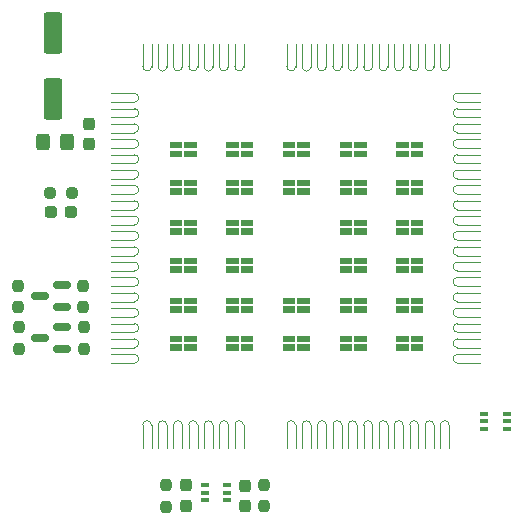
<source format=gbr>
%TF.GenerationSoftware,KiCad,Pcbnew,7.0.5*%
%TF.CreationDate,2023-07-01T23:53:25+07:00*%
%TF.ProjectId,PoeSci EFarm Rev 3,506f6553-6369-4204-9546-61726d205265,rev?*%
%TF.SameCoordinates,Original*%
%TF.FileFunction,Paste,Top*%
%TF.FilePolarity,Positive*%
%FSLAX46Y46*%
G04 Gerber Fmt 4.6, Leading zero omitted, Abs format (unit mm)*
G04 Created by KiCad (PCBNEW 7.0.5) date 2023-07-01 23:53:25*
%MOMM*%
%LPD*%
G01*
G04 APERTURE LIST*
G04 Aperture macros list*
%AMRoundRect*
0 Rectangle with rounded corners*
0 $1 Rounding radius*
0 $2 $3 $4 $5 $6 $7 $8 $9 X,Y pos of 4 corners*
0 Add a 4 corners polygon primitive as box body*
4,1,4,$2,$3,$4,$5,$6,$7,$8,$9,$2,$3,0*
0 Add four circle primitives for the rounded corners*
1,1,$1+$1,$2,$3*
1,1,$1+$1,$4,$5*
1,1,$1+$1,$6,$7*
1,1,$1+$1,$8,$9*
0 Add four rect primitives between the rounded corners*
20,1,$1+$1,$2,$3,$4,$5,0*
20,1,$1+$1,$4,$5,$6,$7,0*
20,1,$1+$1,$6,$7,$8,$9,0*
20,1,$1+$1,$8,$9,$2,$3,0*%
G04 Aperture macros list end*
%ADD10C,0.001000*%
%ADD11RoundRect,0.237500X0.237500X-0.287500X0.237500X0.287500X-0.237500X0.287500X-0.237500X-0.287500X0*%
%ADD12RoundRect,0.237500X0.237500X-0.250000X0.237500X0.250000X-0.237500X0.250000X-0.237500X-0.250000X0*%
%ADD13RoundRect,0.250000X0.550000X-1.500000X0.550000X1.500000X-0.550000X1.500000X-0.550000X-1.500000X0*%
%ADD14RoundRect,0.250000X-0.325000X-0.450000X0.325000X-0.450000X0.325000X0.450000X-0.325000X0.450000X0*%
%ADD15RoundRect,0.237500X0.287500X0.237500X-0.287500X0.237500X-0.287500X-0.237500X0.287500X-0.237500X0*%
%ADD16R,0.650000X0.400000*%
%ADD17RoundRect,0.237500X0.237500X-0.300000X0.237500X0.300000X-0.237500X0.300000X-0.237500X-0.300000X0*%
%ADD18RoundRect,0.237500X0.250000X0.237500X-0.250000X0.237500X-0.250000X-0.237500X0.250000X-0.237500X0*%
%ADD19RoundRect,0.237500X-0.237500X0.250000X-0.237500X-0.250000X0.237500X-0.250000X0.237500X0.250000X0*%
%ADD20RoundRect,0.150000X0.587500X0.150000X-0.587500X0.150000X-0.587500X-0.150000X0.587500X-0.150000X0*%
G04 APERTURE END LIST*
D10*
%TO.C,U1*%
X101625000Y-91275000D02*
X101625000Y-89325000D01*
X102925000Y-91275000D02*
X102925000Y-89325000D01*
X104225000Y-91275000D02*
X104225000Y-89325000D01*
X105525000Y-91275000D02*
X105525000Y-89325000D01*
X106825000Y-91275000D02*
X106825000Y-89325000D01*
X108125000Y-91275000D02*
X108125000Y-89325000D01*
X109425000Y-91275000D02*
X109425000Y-89325000D01*
X113825000Y-91275000D02*
X113825000Y-89325000D01*
X115125000Y-91275000D02*
X115125000Y-89325000D01*
X116425000Y-91275000D02*
X116425000Y-89325000D01*
X117725000Y-91275000D02*
X117725000Y-89325000D01*
X119025000Y-91275000D02*
X119025000Y-89325000D01*
X120325000Y-91275000D02*
X120325000Y-89325000D01*
X121625000Y-91275000D02*
X121625000Y-89325000D01*
X122925000Y-91275000D02*
X122925000Y-89325000D01*
X124225000Y-91275000D02*
X124225000Y-89325000D01*
X125525000Y-91275000D02*
X125525000Y-89325000D01*
X126825000Y-91275000D02*
X126825000Y-89325000D01*
X102375000Y-89325000D02*
X102375000Y-91275000D01*
X103675000Y-89325000D02*
X103675000Y-91275000D01*
X104975000Y-89325000D02*
X104975000Y-91275000D01*
X106275000Y-89325000D02*
X106275000Y-91275000D01*
X107575000Y-89325000D02*
X107575000Y-91275000D01*
X108875000Y-89325000D02*
X108875000Y-91275000D01*
X110175000Y-89325000D02*
X110175000Y-91275000D01*
X114575000Y-89325000D02*
X114575000Y-91275000D01*
X115875000Y-89325000D02*
X115875000Y-91275000D01*
X117175000Y-89325000D02*
X117175000Y-91275000D01*
X118475000Y-89325000D02*
X118475000Y-91275000D01*
X119775000Y-89325000D02*
X119775000Y-91275000D01*
X121075000Y-89325000D02*
X121075000Y-91275000D01*
X122375000Y-89325000D02*
X122375000Y-91275000D01*
X123675000Y-89325000D02*
X123675000Y-91275000D01*
X124975000Y-89325000D02*
X124975000Y-91275000D01*
X126275000Y-89325000D02*
X126275000Y-91275000D01*
X127575000Y-89325000D02*
X127575000Y-91275000D01*
X100925000Y-84075000D02*
X98975000Y-84075000D01*
X130225000Y-84075000D02*
X128275000Y-84075000D01*
X98975000Y-83325000D02*
X100925000Y-83325000D01*
X128275000Y-83325000D02*
X130225000Y-83325000D01*
X100925000Y-82775000D02*
X98975000Y-82775000D01*
X130225000Y-82775000D02*
X128275000Y-82775000D01*
X98975000Y-82025000D02*
X100925000Y-82025000D01*
X128275000Y-82025000D02*
X130225000Y-82025000D01*
X100925000Y-81475000D02*
X98975000Y-81475000D01*
X130225000Y-81475000D02*
X128275000Y-81475000D01*
X98975000Y-80725000D02*
X100925000Y-80725000D01*
X128275000Y-80725000D02*
X130225000Y-80725000D01*
X100925000Y-80175000D02*
X98975000Y-80175000D01*
X130225000Y-80175000D02*
X128275000Y-80175000D01*
X98975000Y-79425000D02*
X100925000Y-79425000D01*
X128275000Y-79425000D02*
X130225000Y-79425000D01*
X100925000Y-78875000D02*
X98975000Y-78875000D01*
X130225000Y-78875000D02*
X128275000Y-78875000D01*
X98975000Y-78125000D02*
X100925000Y-78125000D01*
X128275000Y-78125000D02*
X130225000Y-78125000D01*
X100925000Y-77575000D02*
X98975000Y-77575000D01*
X130225000Y-77575000D02*
X128275000Y-77575000D01*
X98975000Y-76825000D02*
X100925000Y-76825000D01*
X128275000Y-76825000D02*
X130225000Y-76825000D01*
X100925000Y-76275000D02*
X98975000Y-76275000D01*
X130225000Y-76275000D02*
X128275000Y-76275000D01*
X98975000Y-75525000D02*
X100925000Y-75525000D01*
X128275000Y-75525000D02*
X130225000Y-75525000D01*
X100925000Y-74975000D02*
X98975000Y-74975000D01*
X130225000Y-74975000D02*
X128275000Y-74975000D01*
X98975000Y-74225000D02*
X100925000Y-74225000D01*
X128275000Y-74225000D02*
X130225000Y-74225000D01*
X100925000Y-73675000D02*
X98975000Y-73675000D01*
X130225000Y-73675000D02*
X128275000Y-73675000D01*
X98975000Y-72925000D02*
X100925000Y-72925000D01*
X128275000Y-72925000D02*
X130225000Y-72925000D01*
X100925000Y-72375000D02*
X98975000Y-72375000D01*
X130225000Y-72375000D02*
X128275000Y-72375000D01*
X98975000Y-71625000D02*
X100925000Y-71625000D01*
X128275000Y-71625000D02*
X130225000Y-71625000D01*
X100925000Y-71075000D02*
X98975000Y-71075000D01*
X130225000Y-71075000D02*
X128275000Y-71075000D01*
X98975000Y-70325000D02*
X100925000Y-70325000D01*
X128275000Y-70325000D02*
X130225000Y-70325000D01*
X100925000Y-69775000D02*
X98975000Y-69775000D01*
X130225000Y-69775000D02*
X128275000Y-69775000D01*
X98975000Y-69025000D02*
X100925000Y-69025000D01*
X128275000Y-69025000D02*
X130225000Y-69025000D01*
X100925000Y-68475000D02*
X98975000Y-68475000D01*
X130225000Y-68475000D02*
X128275000Y-68475000D01*
X98975000Y-67725000D02*
X100925000Y-67725000D01*
X128275000Y-67725000D02*
X130225000Y-67725000D01*
X100925000Y-67175000D02*
X98975000Y-67175000D01*
X130225000Y-67175000D02*
X128275000Y-67175000D01*
X98975000Y-66425000D02*
X100925000Y-66425000D01*
X128275000Y-66425000D02*
X130225000Y-66425000D01*
X100925000Y-65875000D02*
X98975000Y-65875000D01*
X130225000Y-65875000D02*
X128275000Y-65875000D01*
X98975000Y-65125000D02*
X100925000Y-65125000D01*
X128275000Y-65125000D02*
X130225000Y-65125000D01*
X100925000Y-64575000D02*
X98975000Y-64575000D01*
X130225000Y-64575000D02*
X128275000Y-64575000D01*
X98975000Y-63825000D02*
X100925000Y-63825000D01*
X128275000Y-63825000D02*
X130225000Y-63825000D01*
X100925000Y-63275000D02*
X98975000Y-63275000D01*
X130225000Y-63275000D02*
X128275000Y-63275000D01*
X98975000Y-62525000D02*
X100925000Y-62525000D01*
X128275000Y-62525000D02*
X130225000Y-62525000D01*
X100925000Y-61975000D02*
X98975000Y-61975000D01*
X130225000Y-61975000D02*
X128275000Y-61975000D01*
X98975000Y-61225000D02*
X100925000Y-61225000D01*
X128275000Y-61225000D02*
X130225000Y-61225000D01*
X102375000Y-58975000D02*
X102375000Y-57025000D01*
X103675000Y-58975000D02*
X103675000Y-57025000D01*
X104975000Y-58975000D02*
X104975000Y-57025000D01*
X106275000Y-58975000D02*
X106275000Y-57025000D01*
X107575000Y-58975000D02*
X107575000Y-57025000D01*
X108875000Y-58975000D02*
X108875000Y-57025000D01*
X110175000Y-58975000D02*
X110175000Y-57025000D01*
X114575000Y-58975000D02*
X114575000Y-57025000D01*
X115875000Y-58975000D02*
X115875000Y-57025000D01*
X117175000Y-58975000D02*
X117175000Y-57025000D01*
X118475000Y-58975000D02*
X118475000Y-57025000D01*
X119775000Y-58975000D02*
X119775000Y-57025000D01*
X121075000Y-58975000D02*
X121075000Y-57025000D01*
X122375000Y-58975000D02*
X122375000Y-57025000D01*
X123675000Y-58975000D02*
X123675000Y-57025000D01*
X124975000Y-58975000D02*
X124975000Y-57025000D01*
X126275000Y-58975000D02*
X126275000Y-57025000D01*
X127575000Y-58975000D02*
X127575000Y-57025000D01*
X101625000Y-57025000D02*
X101625000Y-58975000D01*
X102925000Y-57025000D02*
X102925000Y-58975000D01*
X104225000Y-57025000D02*
X104225000Y-58975000D01*
X105525000Y-57025000D02*
X105525000Y-58975000D01*
X106825000Y-57025000D02*
X106825000Y-58975000D01*
X108125000Y-57025000D02*
X108125000Y-58975000D01*
X109425000Y-57025000D02*
X109425000Y-58975000D01*
X113825000Y-57025000D02*
X113825000Y-58975000D01*
X115125000Y-57025000D02*
X115125000Y-58975000D01*
X116425000Y-57025000D02*
X116425000Y-58975000D01*
X117725000Y-57025000D02*
X117725000Y-58975000D01*
X119025000Y-57025000D02*
X119025000Y-58975000D01*
X120325000Y-57025000D02*
X120325000Y-58975000D01*
X121625000Y-57025000D02*
X121625000Y-58975000D01*
X122925000Y-57025000D02*
X122925000Y-58975000D01*
X124225000Y-57025000D02*
X124225000Y-58975000D01*
X125525000Y-57025000D02*
X125525000Y-58975000D01*
X126825000Y-57025000D02*
X126825000Y-58975000D01*
X102000000Y-88950000D02*
G75*
G03*
X101625000Y-89325000I0J-375000D01*
G01*
X103300000Y-88950000D02*
G75*
G03*
X102925000Y-89325000I0J-375000D01*
G01*
X104600000Y-88950000D02*
G75*
G03*
X104225000Y-89325000I0J-375000D01*
G01*
X105900000Y-88950000D02*
G75*
G03*
X105525000Y-89325000I0J-375000D01*
G01*
X107200000Y-88950000D02*
G75*
G03*
X106825000Y-89325000I0J-375000D01*
G01*
X108500000Y-88950000D02*
G75*
G03*
X108125000Y-89325000I0J-375000D01*
G01*
X109800000Y-88950000D02*
G75*
G03*
X109425000Y-89325000I0J-375000D01*
G01*
X114200000Y-88950000D02*
G75*
G03*
X113825000Y-89325000I0J-375000D01*
G01*
X115500000Y-88950000D02*
G75*
G03*
X115125000Y-89325000I0J-375000D01*
G01*
X116800000Y-88950000D02*
G75*
G03*
X116425000Y-89325000I0J-375000D01*
G01*
X118100000Y-88950000D02*
G75*
G03*
X117725000Y-89325000I0J-375000D01*
G01*
X119400000Y-88950000D02*
G75*
G03*
X119025000Y-89325000I0J-375000D01*
G01*
X120700000Y-88950000D02*
G75*
G03*
X120325000Y-89325000I0J-375000D01*
G01*
X122000000Y-88950000D02*
G75*
G03*
X121625000Y-89325000I0J-375000D01*
G01*
X123300000Y-88950000D02*
G75*
G03*
X122925000Y-89325000I0J-375000D01*
G01*
X124600000Y-88950000D02*
G75*
G03*
X124225000Y-89325000I0J-375000D01*
G01*
X125900000Y-88950000D02*
G75*
G03*
X125525000Y-89325000I0J-375000D01*
G01*
X127200000Y-88950000D02*
G75*
G03*
X126825000Y-89325000I0J-375000D01*
G01*
X102375000Y-89325000D02*
G75*
G03*
X102000000Y-88950000I-375000J0D01*
G01*
X103675000Y-89325000D02*
G75*
G03*
X103300000Y-88950000I-375000J0D01*
G01*
X104975000Y-89325000D02*
G75*
G03*
X104600000Y-88950000I-375000J0D01*
G01*
X106275000Y-89325000D02*
G75*
G03*
X105900000Y-88950000I-375000J0D01*
G01*
X107575000Y-89325000D02*
G75*
G03*
X107200000Y-88950000I-375000J0D01*
G01*
X108875000Y-89325000D02*
G75*
G03*
X108500000Y-88950000I-375000J0D01*
G01*
X110175000Y-89325000D02*
G75*
G03*
X109800000Y-88950000I-375000J0D01*
G01*
X114575000Y-89325000D02*
G75*
G03*
X114200000Y-88950000I-375000J0D01*
G01*
X115875000Y-89325000D02*
G75*
G03*
X115500000Y-88950000I-375000J0D01*
G01*
X117175000Y-89325000D02*
G75*
G03*
X116800000Y-88950000I-375000J0D01*
G01*
X118475000Y-89325000D02*
G75*
G03*
X118100000Y-88950000I-375000J0D01*
G01*
X119775000Y-89325000D02*
G75*
G03*
X119400000Y-88950000I-375000J0D01*
G01*
X121075000Y-89325000D02*
G75*
G03*
X120700000Y-88950000I-375000J0D01*
G01*
X122375000Y-89325000D02*
G75*
G03*
X122000000Y-88950000I-375000J0D01*
G01*
X123675000Y-89325000D02*
G75*
G03*
X123300000Y-88950000I-375000J0D01*
G01*
X124975000Y-89325000D02*
G75*
G03*
X124600000Y-88950000I-375000J0D01*
G01*
X126275000Y-89325000D02*
G75*
G03*
X125900000Y-88950000I-375000J0D01*
G01*
X127575000Y-89325000D02*
G75*
G03*
X127200000Y-88950000I-375000J0D01*
G01*
X127900000Y-83700000D02*
G75*
G03*
X128275000Y-84075000I375000J0D01*
G01*
X100925000Y-84075000D02*
G75*
G03*
X101300000Y-83700000I0J375000D01*
G01*
X128275000Y-83325000D02*
G75*
G03*
X127900000Y-83700000I0J-375000D01*
G01*
X101300000Y-83700000D02*
G75*
G03*
X100925000Y-83325000I-375000J0D01*
G01*
X127900000Y-82400000D02*
G75*
G03*
X128275000Y-82775000I375000J0D01*
G01*
X100925000Y-82775000D02*
G75*
G03*
X101300000Y-82400000I0J375000D01*
G01*
X128275000Y-82025000D02*
G75*
G03*
X127900000Y-82400000I0J-375000D01*
G01*
X101300000Y-82400000D02*
G75*
G03*
X100925000Y-82025000I-375000J0D01*
G01*
X127900000Y-81100000D02*
G75*
G03*
X128275000Y-81475000I375000J0D01*
G01*
X100925000Y-81475000D02*
G75*
G03*
X101300000Y-81100000I0J375000D01*
G01*
X128275000Y-80725000D02*
G75*
G03*
X127900000Y-81100000I0J-375000D01*
G01*
X101300000Y-81100000D02*
G75*
G03*
X100925000Y-80725000I-375000J0D01*
G01*
X127900000Y-79800000D02*
G75*
G03*
X128275000Y-80175000I375000J0D01*
G01*
X100925000Y-80175000D02*
G75*
G03*
X101300000Y-79800000I0J375000D01*
G01*
X128275000Y-79425000D02*
G75*
G03*
X127900000Y-79800000I0J-375000D01*
G01*
X101300000Y-79800000D02*
G75*
G03*
X100925000Y-79425000I-375000J0D01*
G01*
X127900000Y-78500000D02*
G75*
G03*
X128275000Y-78875000I375000J0D01*
G01*
X100925000Y-78875000D02*
G75*
G03*
X101300000Y-78500000I0J375000D01*
G01*
X128275000Y-78125000D02*
G75*
G03*
X127900000Y-78500000I0J-375000D01*
G01*
X101300000Y-78500000D02*
G75*
G03*
X100925000Y-78125000I-375000J0D01*
G01*
X127900000Y-77200000D02*
G75*
G03*
X128275000Y-77575000I375000J0D01*
G01*
X100925000Y-77575000D02*
G75*
G03*
X101300000Y-77200000I0J375000D01*
G01*
X128275000Y-76825000D02*
G75*
G03*
X127900000Y-77200000I0J-375000D01*
G01*
X101300000Y-77200000D02*
G75*
G03*
X100925000Y-76825000I-375000J0D01*
G01*
X127900000Y-75900000D02*
G75*
G03*
X128275000Y-76275000I375000J0D01*
G01*
X100925000Y-76275000D02*
G75*
G03*
X101300000Y-75900000I0J375000D01*
G01*
X128275000Y-75525000D02*
G75*
G03*
X127900000Y-75900000I0J-375000D01*
G01*
X101300000Y-75900000D02*
G75*
G03*
X100925000Y-75525000I-375000J0D01*
G01*
X127900000Y-74600000D02*
G75*
G03*
X128275000Y-74975000I375000J0D01*
G01*
X100925000Y-74975000D02*
G75*
G03*
X101300000Y-74600000I0J375000D01*
G01*
X128275000Y-74225000D02*
G75*
G03*
X127900000Y-74600000I0J-375000D01*
G01*
X101300000Y-74600000D02*
G75*
G03*
X100925000Y-74225000I-375000J0D01*
G01*
X127900000Y-73300000D02*
G75*
G03*
X128275000Y-73675000I375000J0D01*
G01*
X100925000Y-73675000D02*
G75*
G03*
X101300000Y-73300000I0J375000D01*
G01*
X128275000Y-72925000D02*
G75*
G03*
X127900000Y-73300000I0J-375000D01*
G01*
X101300000Y-73300000D02*
G75*
G03*
X100925000Y-72925000I-375000J0D01*
G01*
X127900000Y-72000000D02*
G75*
G03*
X128275000Y-72375000I375000J0D01*
G01*
X100925000Y-72375000D02*
G75*
G03*
X101300000Y-72000000I0J375000D01*
G01*
X128275000Y-71625000D02*
G75*
G03*
X127900000Y-72000000I0J-375000D01*
G01*
X101300000Y-72000000D02*
G75*
G03*
X100925000Y-71625000I-375000J0D01*
G01*
X127900000Y-70700000D02*
G75*
G03*
X128275000Y-71075000I375000J0D01*
G01*
X100925000Y-71075000D02*
G75*
G03*
X101300000Y-70700000I0J375000D01*
G01*
X128275000Y-70325000D02*
G75*
G03*
X127900000Y-70700000I0J-375000D01*
G01*
X101300000Y-70700000D02*
G75*
G03*
X100925000Y-70325000I-375000J0D01*
G01*
X127900000Y-69400000D02*
G75*
G03*
X128275000Y-69775000I375000J0D01*
G01*
X100925000Y-69775000D02*
G75*
G03*
X101300000Y-69400000I0J375000D01*
G01*
X128275000Y-69025000D02*
G75*
G03*
X127900000Y-69400000I0J-375000D01*
G01*
X101300000Y-69400000D02*
G75*
G03*
X100925000Y-69025000I-375000J0D01*
G01*
X127900000Y-68100000D02*
G75*
G03*
X128275000Y-68475000I375000J0D01*
G01*
X100925000Y-68475000D02*
G75*
G03*
X101300000Y-68100000I0J375000D01*
G01*
X128275000Y-67725000D02*
G75*
G03*
X127900000Y-68100000I0J-375000D01*
G01*
X101300000Y-68100000D02*
G75*
G03*
X100925000Y-67725000I-375000J0D01*
G01*
X127900000Y-66800000D02*
G75*
G03*
X128275000Y-67175000I375000J0D01*
G01*
X100925000Y-67175000D02*
G75*
G03*
X101300000Y-66800000I0J375000D01*
G01*
X128275000Y-66425000D02*
G75*
G03*
X127900000Y-66800000I0J-375000D01*
G01*
X101300000Y-66800000D02*
G75*
G03*
X100925000Y-66425000I-375000J0D01*
G01*
X127900000Y-65500000D02*
G75*
G03*
X128275000Y-65875000I375000J0D01*
G01*
X100925000Y-65875000D02*
G75*
G03*
X101300000Y-65500000I0J375000D01*
G01*
X128275000Y-65125000D02*
G75*
G03*
X127900000Y-65500000I0J-375000D01*
G01*
X101300000Y-65500000D02*
G75*
G03*
X100925000Y-65125000I-375000J0D01*
G01*
X127900000Y-64200000D02*
G75*
G03*
X128275000Y-64575000I375000J0D01*
G01*
X100925000Y-64575000D02*
G75*
G03*
X101300000Y-64200000I0J375000D01*
G01*
X128275000Y-63825000D02*
G75*
G03*
X127900000Y-64200000I0J-375000D01*
G01*
X101300000Y-64200000D02*
G75*
G03*
X100925000Y-63825000I-375000J0D01*
G01*
X127900000Y-62900000D02*
G75*
G03*
X128275000Y-63275000I375000J0D01*
G01*
X100925000Y-63275000D02*
G75*
G03*
X101300000Y-62900000I0J375000D01*
G01*
X128275000Y-62525000D02*
G75*
G03*
X127900000Y-62900000I0J-375000D01*
G01*
X101300000Y-62900000D02*
G75*
G03*
X100925000Y-62525000I-375000J0D01*
G01*
X127900000Y-61600000D02*
G75*
G03*
X128275000Y-61975000I375000J0D01*
G01*
X100925000Y-61975000D02*
G75*
G03*
X101300000Y-61600000I0J375000D01*
G01*
X128275000Y-61225000D02*
G75*
G03*
X127900000Y-61600000I0J-375000D01*
G01*
X101300000Y-61600000D02*
G75*
G03*
X100925000Y-61225000I-375000J0D01*
G01*
X101625000Y-58975000D02*
G75*
G03*
X102000000Y-59350000I375000J0D01*
G01*
X102925000Y-58975000D02*
G75*
G03*
X103300000Y-59350000I375000J0D01*
G01*
X104225000Y-58975000D02*
G75*
G03*
X104600000Y-59350000I375000J0D01*
G01*
X105525000Y-58975000D02*
G75*
G03*
X105900000Y-59350000I375000J0D01*
G01*
X106825000Y-58975000D02*
G75*
G03*
X107200000Y-59350000I375000J0D01*
G01*
X108125000Y-58975000D02*
G75*
G03*
X108500000Y-59350000I375000J0D01*
G01*
X109425000Y-58975000D02*
G75*
G03*
X109800000Y-59350000I375000J0D01*
G01*
X113825000Y-58975000D02*
G75*
G03*
X114200000Y-59350000I375000J0D01*
G01*
X115125000Y-58975000D02*
G75*
G03*
X115500000Y-59350000I375000J0D01*
G01*
X116425000Y-58975000D02*
G75*
G03*
X116800000Y-59350000I375000J0D01*
G01*
X117725000Y-58975000D02*
G75*
G03*
X118100000Y-59350000I375000J0D01*
G01*
X119025000Y-58975000D02*
G75*
G03*
X119400000Y-59350000I375000J0D01*
G01*
X120325000Y-58975000D02*
G75*
G03*
X120700000Y-59350000I375000J0D01*
G01*
X121625000Y-58975000D02*
G75*
G03*
X122000000Y-59350000I375000J0D01*
G01*
X122925000Y-58975000D02*
G75*
G03*
X123300000Y-59350000I375000J0D01*
G01*
X124225000Y-58975000D02*
G75*
G03*
X124600000Y-59350000I375000J0D01*
G01*
X125525000Y-58975000D02*
G75*
G03*
X125900000Y-59350000I375000J0D01*
G01*
X126825000Y-58975000D02*
G75*
G03*
X127200000Y-59350000I375000J0D01*
G01*
X102000000Y-59350000D02*
G75*
G03*
X102375000Y-58975000I0J375000D01*
G01*
X103300000Y-59350000D02*
G75*
G03*
X103675000Y-58975000I0J375000D01*
G01*
X104600000Y-59350000D02*
G75*
G03*
X104975000Y-58975000I0J375000D01*
G01*
X105900000Y-59350000D02*
G75*
G03*
X106275000Y-58975000I0J375000D01*
G01*
X107200000Y-59350000D02*
G75*
G03*
X107575000Y-58975000I0J375000D01*
G01*
X108500000Y-59350000D02*
G75*
G03*
X108875000Y-58975000I0J375000D01*
G01*
X109800000Y-59350000D02*
G75*
G03*
X110175000Y-58975000I0J375000D01*
G01*
X114200000Y-59350000D02*
G75*
G03*
X114575000Y-58975000I0J375000D01*
G01*
X115500000Y-59350000D02*
G75*
G03*
X115875000Y-58975000I0J375000D01*
G01*
X116800000Y-59350000D02*
G75*
G03*
X117175000Y-58975000I0J375000D01*
G01*
X118100000Y-59350000D02*
G75*
G03*
X118475000Y-58975000I0J375000D01*
G01*
X119400000Y-59350000D02*
G75*
G03*
X119775000Y-58975000I0J375000D01*
G01*
X120700000Y-59350000D02*
G75*
G03*
X121075000Y-58975000I0J375000D01*
G01*
X122000000Y-59350000D02*
G75*
G03*
X122375000Y-58975000I0J375000D01*
G01*
X123300000Y-59350000D02*
G75*
G03*
X123675000Y-58975000I0J375000D01*
G01*
X124600000Y-59350000D02*
G75*
G03*
X124975000Y-58975000I0J375000D01*
G01*
X125900000Y-59350000D02*
G75*
G03*
X126275000Y-58975000I0J375000D01*
G01*
X127200000Y-59350000D02*
G75*
G03*
X127575000Y-58975000I0J375000D01*
G01*
X104870000Y-82950000D02*
X103900000Y-82950000D01*
X103900000Y-82480000D01*
X104870000Y-82480000D01*
X104870000Y-82950000D01*
G36*
X104870000Y-82950000D02*
G01*
X103900000Y-82950000D01*
X103900000Y-82480000D01*
X104870000Y-82480000D01*
X104870000Y-82950000D01*
G37*
X106100000Y-82950000D02*
X105130000Y-82950000D01*
X105130000Y-82480000D01*
X106100000Y-82480000D01*
X106100000Y-82950000D01*
G36*
X106100000Y-82950000D02*
G01*
X105130000Y-82950000D01*
X105130000Y-82480000D01*
X106100000Y-82480000D01*
X106100000Y-82950000D01*
G37*
X109670000Y-82950000D02*
X108700000Y-82950000D01*
X108700000Y-82480000D01*
X109670000Y-82480000D01*
X109670000Y-82950000D01*
G36*
X109670000Y-82950000D02*
G01*
X108700000Y-82950000D01*
X108700000Y-82480000D01*
X109670000Y-82480000D01*
X109670000Y-82950000D01*
G37*
X110900000Y-82950000D02*
X109930000Y-82950000D01*
X109930000Y-82480000D01*
X110900000Y-82480000D01*
X110900000Y-82950000D01*
G36*
X110900000Y-82950000D02*
G01*
X109930000Y-82950000D01*
X109930000Y-82480000D01*
X110900000Y-82480000D01*
X110900000Y-82950000D01*
G37*
X114470000Y-82950000D02*
X113500000Y-82950000D01*
X113500000Y-82480000D01*
X114470000Y-82480000D01*
X114470000Y-82950000D01*
G36*
X114470000Y-82950000D02*
G01*
X113500000Y-82950000D01*
X113500000Y-82480000D01*
X114470000Y-82480000D01*
X114470000Y-82950000D01*
G37*
X115700000Y-82950000D02*
X114730000Y-82950000D01*
X114730000Y-82480000D01*
X115700000Y-82480000D01*
X115700000Y-82950000D01*
G36*
X115700000Y-82950000D02*
G01*
X114730000Y-82950000D01*
X114730000Y-82480000D01*
X115700000Y-82480000D01*
X115700000Y-82950000D01*
G37*
X119270000Y-82950000D02*
X118300000Y-82950000D01*
X118300000Y-82480000D01*
X119270000Y-82480000D01*
X119270000Y-82950000D01*
G36*
X119270000Y-82950000D02*
G01*
X118300000Y-82950000D01*
X118300000Y-82480000D01*
X119270000Y-82480000D01*
X119270000Y-82950000D01*
G37*
X120500000Y-82950000D02*
X119530000Y-82950000D01*
X119530000Y-82480000D01*
X120500000Y-82480000D01*
X120500000Y-82950000D01*
G36*
X120500000Y-82950000D02*
G01*
X119530000Y-82950000D01*
X119530000Y-82480000D01*
X120500000Y-82480000D01*
X120500000Y-82950000D01*
G37*
X124070000Y-82950000D02*
X123100000Y-82950000D01*
X123100000Y-82480000D01*
X124070000Y-82480000D01*
X124070000Y-82950000D01*
G36*
X124070000Y-82950000D02*
G01*
X123100000Y-82950000D01*
X123100000Y-82480000D01*
X124070000Y-82480000D01*
X124070000Y-82950000D01*
G37*
X125300000Y-82950000D02*
X124330000Y-82950000D01*
X124330000Y-82480000D01*
X125300000Y-82480000D01*
X125300000Y-82950000D01*
G36*
X125300000Y-82950000D02*
G01*
X124330000Y-82950000D01*
X124330000Y-82480000D01*
X125300000Y-82480000D01*
X125300000Y-82950000D01*
G37*
X104870000Y-82220000D02*
X103900000Y-82220000D01*
X103900000Y-81750000D01*
X104870000Y-81750000D01*
X104870000Y-82220000D01*
G36*
X104870000Y-82220000D02*
G01*
X103900000Y-82220000D01*
X103900000Y-81750000D01*
X104870000Y-81750000D01*
X104870000Y-82220000D01*
G37*
X106100000Y-82220000D02*
X105130000Y-82220000D01*
X105130000Y-81750000D01*
X106100000Y-81750000D01*
X106100000Y-82220000D01*
G36*
X106100000Y-82220000D02*
G01*
X105130000Y-82220000D01*
X105130000Y-81750000D01*
X106100000Y-81750000D01*
X106100000Y-82220000D01*
G37*
X109670000Y-82220000D02*
X108700000Y-82220000D01*
X108700000Y-81750000D01*
X109670000Y-81750000D01*
X109670000Y-82220000D01*
G36*
X109670000Y-82220000D02*
G01*
X108700000Y-82220000D01*
X108700000Y-81750000D01*
X109670000Y-81750000D01*
X109670000Y-82220000D01*
G37*
X110900000Y-82220000D02*
X109930000Y-82220000D01*
X109930000Y-81750000D01*
X110900000Y-81750000D01*
X110900000Y-82220000D01*
G36*
X110900000Y-82220000D02*
G01*
X109930000Y-82220000D01*
X109930000Y-81750000D01*
X110900000Y-81750000D01*
X110900000Y-82220000D01*
G37*
X114470000Y-82220000D02*
X113500000Y-82220000D01*
X113500000Y-81750000D01*
X114470000Y-81750000D01*
X114470000Y-82220000D01*
G36*
X114470000Y-82220000D02*
G01*
X113500000Y-82220000D01*
X113500000Y-81750000D01*
X114470000Y-81750000D01*
X114470000Y-82220000D01*
G37*
X115700000Y-82220000D02*
X114730000Y-82220000D01*
X114730000Y-81750000D01*
X115700000Y-81750000D01*
X115700000Y-82220000D01*
G36*
X115700000Y-82220000D02*
G01*
X114730000Y-82220000D01*
X114730000Y-81750000D01*
X115700000Y-81750000D01*
X115700000Y-82220000D01*
G37*
X119270000Y-82220000D02*
X118300000Y-82220000D01*
X118300000Y-81750000D01*
X119270000Y-81750000D01*
X119270000Y-82220000D01*
G36*
X119270000Y-82220000D02*
G01*
X118300000Y-82220000D01*
X118300000Y-81750000D01*
X119270000Y-81750000D01*
X119270000Y-82220000D01*
G37*
X120500000Y-82220000D02*
X119530000Y-82220000D01*
X119530000Y-81750000D01*
X120500000Y-81750000D01*
X120500000Y-82220000D01*
G36*
X120500000Y-82220000D02*
G01*
X119530000Y-82220000D01*
X119530000Y-81750000D01*
X120500000Y-81750000D01*
X120500000Y-82220000D01*
G37*
X124070000Y-82220000D02*
X123100000Y-82220000D01*
X123100000Y-81750000D01*
X124070000Y-81750000D01*
X124070000Y-82220000D01*
G36*
X124070000Y-82220000D02*
G01*
X123100000Y-82220000D01*
X123100000Y-81750000D01*
X124070000Y-81750000D01*
X124070000Y-82220000D01*
G37*
X125300000Y-82220000D02*
X124330000Y-82220000D01*
X124330000Y-81750000D01*
X125300000Y-81750000D01*
X125300000Y-82220000D01*
G36*
X125300000Y-82220000D02*
G01*
X124330000Y-82220000D01*
X124330000Y-81750000D01*
X125300000Y-81750000D01*
X125300000Y-82220000D01*
G37*
X104870000Y-79750000D02*
X103900000Y-79750000D01*
X103900000Y-79280000D01*
X104870000Y-79280000D01*
X104870000Y-79750000D01*
G36*
X104870000Y-79750000D02*
G01*
X103900000Y-79750000D01*
X103900000Y-79280000D01*
X104870000Y-79280000D01*
X104870000Y-79750000D01*
G37*
X106100000Y-79750000D02*
X105130000Y-79750000D01*
X105130000Y-79280000D01*
X106100000Y-79280000D01*
X106100000Y-79750000D01*
G36*
X106100000Y-79750000D02*
G01*
X105130000Y-79750000D01*
X105130000Y-79280000D01*
X106100000Y-79280000D01*
X106100000Y-79750000D01*
G37*
X109670000Y-79750000D02*
X108700000Y-79750000D01*
X108700000Y-79280000D01*
X109670000Y-79280000D01*
X109670000Y-79750000D01*
G36*
X109670000Y-79750000D02*
G01*
X108700000Y-79750000D01*
X108700000Y-79280000D01*
X109670000Y-79280000D01*
X109670000Y-79750000D01*
G37*
X110900000Y-79750000D02*
X109930000Y-79750000D01*
X109930000Y-79280000D01*
X110900000Y-79280000D01*
X110900000Y-79750000D01*
G36*
X110900000Y-79750000D02*
G01*
X109930000Y-79750000D01*
X109930000Y-79280000D01*
X110900000Y-79280000D01*
X110900000Y-79750000D01*
G37*
X114470000Y-79750000D02*
X113500000Y-79750000D01*
X113500000Y-79280000D01*
X114470000Y-79280000D01*
X114470000Y-79750000D01*
G36*
X114470000Y-79750000D02*
G01*
X113500000Y-79750000D01*
X113500000Y-79280000D01*
X114470000Y-79280000D01*
X114470000Y-79750000D01*
G37*
X115700000Y-79750000D02*
X114730000Y-79750000D01*
X114730000Y-79280000D01*
X115700000Y-79280000D01*
X115700000Y-79750000D01*
G36*
X115700000Y-79750000D02*
G01*
X114730000Y-79750000D01*
X114730000Y-79280000D01*
X115700000Y-79280000D01*
X115700000Y-79750000D01*
G37*
X119270000Y-79750000D02*
X118300000Y-79750000D01*
X118300000Y-79280000D01*
X119270000Y-79280000D01*
X119270000Y-79750000D01*
G36*
X119270000Y-79750000D02*
G01*
X118300000Y-79750000D01*
X118300000Y-79280000D01*
X119270000Y-79280000D01*
X119270000Y-79750000D01*
G37*
X120500000Y-79750000D02*
X119530000Y-79750000D01*
X119530000Y-79280000D01*
X120500000Y-79280000D01*
X120500000Y-79750000D01*
G36*
X120500000Y-79750000D02*
G01*
X119530000Y-79750000D01*
X119530000Y-79280000D01*
X120500000Y-79280000D01*
X120500000Y-79750000D01*
G37*
X124070000Y-79750000D02*
X123100000Y-79750000D01*
X123100000Y-79280000D01*
X124070000Y-79280000D01*
X124070000Y-79750000D01*
G36*
X124070000Y-79750000D02*
G01*
X123100000Y-79750000D01*
X123100000Y-79280000D01*
X124070000Y-79280000D01*
X124070000Y-79750000D01*
G37*
X125300000Y-79750000D02*
X124330000Y-79750000D01*
X124330000Y-79280000D01*
X125300000Y-79280000D01*
X125300000Y-79750000D01*
G36*
X125300000Y-79750000D02*
G01*
X124330000Y-79750000D01*
X124330000Y-79280000D01*
X125300000Y-79280000D01*
X125300000Y-79750000D01*
G37*
X104870000Y-79020000D02*
X103900000Y-79020000D01*
X103900000Y-78550000D01*
X104870000Y-78550000D01*
X104870000Y-79020000D01*
G36*
X104870000Y-79020000D02*
G01*
X103900000Y-79020000D01*
X103900000Y-78550000D01*
X104870000Y-78550000D01*
X104870000Y-79020000D01*
G37*
X106100000Y-79020000D02*
X105130000Y-79020000D01*
X105130000Y-78550000D01*
X106100000Y-78550000D01*
X106100000Y-79020000D01*
G36*
X106100000Y-79020000D02*
G01*
X105130000Y-79020000D01*
X105130000Y-78550000D01*
X106100000Y-78550000D01*
X106100000Y-79020000D01*
G37*
X109670000Y-79020000D02*
X108700000Y-79020000D01*
X108700000Y-78550000D01*
X109670000Y-78550000D01*
X109670000Y-79020000D01*
G36*
X109670000Y-79020000D02*
G01*
X108700000Y-79020000D01*
X108700000Y-78550000D01*
X109670000Y-78550000D01*
X109670000Y-79020000D01*
G37*
X110900000Y-79020000D02*
X109930000Y-79020000D01*
X109930000Y-78550000D01*
X110900000Y-78550000D01*
X110900000Y-79020000D01*
G36*
X110900000Y-79020000D02*
G01*
X109930000Y-79020000D01*
X109930000Y-78550000D01*
X110900000Y-78550000D01*
X110900000Y-79020000D01*
G37*
X114470000Y-79020000D02*
X113500000Y-79020000D01*
X113500000Y-78550000D01*
X114470000Y-78550000D01*
X114470000Y-79020000D01*
G36*
X114470000Y-79020000D02*
G01*
X113500000Y-79020000D01*
X113500000Y-78550000D01*
X114470000Y-78550000D01*
X114470000Y-79020000D01*
G37*
X115700000Y-79020000D02*
X114730000Y-79020000D01*
X114730000Y-78550000D01*
X115700000Y-78550000D01*
X115700000Y-79020000D01*
G36*
X115700000Y-79020000D02*
G01*
X114730000Y-79020000D01*
X114730000Y-78550000D01*
X115700000Y-78550000D01*
X115700000Y-79020000D01*
G37*
X119270000Y-79020000D02*
X118300000Y-79020000D01*
X118300000Y-78550000D01*
X119270000Y-78550000D01*
X119270000Y-79020000D01*
G36*
X119270000Y-79020000D02*
G01*
X118300000Y-79020000D01*
X118300000Y-78550000D01*
X119270000Y-78550000D01*
X119270000Y-79020000D01*
G37*
X120500000Y-79020000D02*
X119530000Y-79020000D01*
X119530000Y-78550000D01*
X120500000Y-78550000D01*
X120500000Y-79020000D01*
G36*
X120500000Y-79020000D02*
G01*
X119530000Y-79020000D01*
X119530000Y-78550000D01*
X120500000Y-78550000D01*
X120500000Y-79020000D01*
G37*
X124070000Y-79020000D02*
X123100000Y-79020000D01*
X123100000Y-78550000D01*
X124070000Y-78550000D01*
X124070000Y-79020000D01*
G36*
X124070000Y-79020000D02*
G01*
X123100000Y-79020000D01*
X123100000Y-78550000D01*
X124070000Y-78550000D01*
X124070000Y-79020000D01*
G37*
X125300000Y-79020000D02*
X124330000Y-79020000D01*
X124330000Y-78550000D01*
X125300000Y-78550000D01*
X125300000Y-79020000D01*
G36*
X125300000Y-79020000D02*
G01*
X124330000Y-79020000D01*
X124330000Y-78550000D01*
X125300000Y-78550000D01*
X125300000Y-79020000D01*
G37*
X104870000Y-76350000D02*
X103900000Y-76350000D01*
X103900000Y-75880000D01*
X104870000Y-75880000D01*
X104870000Y-76350000D01*
G36*
X104870000Y-76350000D02*
G01*
X103900000Y-76350000D01*
X103900000Y-75880000D01*
X104870000Y-75880000D01*
X104870000Y-76350000D01*
G37*
X106100000Y-76350000D02*
X105130000Y-76350000D01*
X105130000Y-75880000D01*
X106100000Y-75880000D01*
X106100000Y-76350000D01*
G36*
X106100000Y-76350000D02*
G01*
X105130000Y-76350000D01*
X105130000Y-75880000D01*
X106100000Y-75880000D01*
X106100000Y-76350000D01*
G37*
X109670000Y-76350000D02*
X108700000Y-76350000D01*
X108700000Y-75880000D01*
X109670000Y-75880000D01*
X109670000Y-76350000D01*
G36*
X109670000Y-76350000D02*
G01*
X108700000Y-76350000D01*
X108700000Y-75880000D01*
X109670000Y-75880000D01*
X109670000Y-76350000D01*
G37*
X110900000Y-76350000D02*
X109930000Y-76350000D01*
X109930000Y-75880000D01*
X110900000Y-75880000D01*
X110900000Y-76350000D01*
G36*
X110900000Y-76350000D02*
G01*
X109930000Y-76350000D01*
X109930000Y-75880000D01*
X110900000Y-75880000D01*
X110900000Y-76350000D01*
G37*
X119270000Y-76350000D02*
X118300000Y-76350000D01*
X118300000Y-75880000D01*
X119270000Y-75880000D01*
X119270000Y-76350000D01*
G36*
X119270000Y-76350000D02*
G01*
X118300000Y-76350000D01*
X118300000Y-75880000D01*
X119270000Y-75880000D01*
X119270000Y-76350000D01*
G37*
X120500000Y-76350000D02*
X119530000Y-76350000D01*
X119530000Y-75880000D01*
X120500000Y-75880000D01*
X120500000Y-76350000D01*
G36*
X120500000Y-76350000D02*
G01*
X119530000Y-76350000D01*
X119530000Y-75880000D01*
X120500000Y-75880000D01*
X120500000Y-76350000D01*
G37*
X124070000Y-76350000D02*
X123100000Y-76350000D01*
X123100000Y-75880000D01*
X124070000Y-75880000D01*
X124070000Y-76350000D01*
G36*
X124070000Y-76350000D02*
G01*
X123100000Y-76350000D01*
X123100000Y-75880000D01*
X124070000Y-75880000D01*
X124070000Y-76350000D01*
G37*
X125300000Y-76350000D02*
X124330000Y-76350000D01*
X124330000Y-75880000D01*
X125300000Y-75880000D01*
X125300000Y-76350000D01*
G36*
X125300000Y-76350000D02*
G01*
X124330000Y-76350000D01*
X124330000Y-75880000D01*
X125300000Y-75880000D01*
X125300000Y-76350000D01*
G37*
X104870000Y-75620000D02*
X103900000Y-75620000D01*
X103900000Y-75150000D01*
X104870000Y-75150000D01*
X104870000Y-75620000D01*
G36*
X104870000Y-75620000D02*
G01*
X103900000Y-75620000D01*
X103900000Y-75150000D01*
X104870000Y-75150000D01*
X104870000Y-75620000D01*
G37*
X106100000Y-75620000D02*
X105130000Y-75620000D01*
X105130000Y-75150000D01*
X106100000Y-75150000D01*
X106100000Y-75620000D01*
G36*
X106100000Y-75620000D02*
G01*
X105130000Y-75620000D01*
X105130000Y-75150000D01*
X106100000Y-75150000D01*
X106100000Y-75620000D01*
G37*
X109670000Y-75620000D02*
X108700000Y-75620000D01*
X108700000Y-75150000D01*
X109670000Y-75150000D01*
X109670000Y-75620000D01*
G36*
X109670000Y-75620000D02*
G01*
X108700000Y-75620000D01*
X108700000Y-75150000D01*
X109670000Y-75150000D01*
X109670000Y-75620000D01*
G37*
X110900000Y-75620000D02*
X109930000Y-75620000D01*
X109930000Y-75150000D01*
X110900000Y-75150000D01*
X110900000Y-75620000D01*
G36*
X110900000Y-75620000D02*
G01*
X109930000Y-75620000D01*
X109930000Y-75150000D01*
X110900000Y-75150000D01*
X110900000Y-75620000D01*
G37*
X119270000Y-75620000D02*
X118300000Y-75620000D01*
X118300000Y-75150000D01*
X119270000Y-75150000D01*
X119270000Y-75620000D01*
G36*
X119270000Y-75620000D02*
G01*
X118300000Y-75620000D01*
X118300000Y-75150000D01*
X119270000Y-75150000D01*
X119270000Y-75620000D01*
G37*
X120500000Y-75620000D02*
X119530000Y-75620000D01*
X119530000Y-75150000D01*
X120500000Y-75150000D01*
X120500000Y-75620000D01*
G36*
X120500000Y-75620000D02*
G01*
X119530000Y-75620000D01*
X119530000Y-75150000D01*
X120500000Y-75150000D01*
X120500000Y-75620000D01*
G37*
X124070000Y-75620000D02*
X123100000Y-75620000D01*
X123100000Y-75150000D01*
X124070000Y-75150000D01*
X124070000Y-75620000D01*
G36*
X124070000Y-75620000D02*
G01*
X123100000Y-75620000D01*
X123100000Y-75150000D01*
X124070000Y-75150000D01*
X124070000Y-75620000D01*
G37*
X125300000Y-75620000D02*
X124330000Y-75620000D01*
X124330000Y-75150000D01*
X125300000Y-75150000D01*
X125300000Y-75620000D01*
G36*
X125300000Y-75620000D02*
G01*
X124330000Y-75620000D01*
X124330000Y-75150000D01*
X125300000Y-75150000D01*
X125300000Y-75620000D01*
G37*
X104870000Y-73150000D02*
X103900000Y-73150000D01*
X103900000Y-72680000D01*
X104870000Y-72680000D01*
X104870000Y-73150000D01*
G36*
X104870000Y-73150000D02*
G01*
X103900000Y-73150000D01*
X103900000Y-72680000D01*
X104870000Y-72680000D01*
X104870000Y-73150000D01*
G37*
X106100000Y-73150000D02*
X105130000Y-73150000D01*
X105130000Y-72680000D01*
X106100000Y-72680000D01*
X106100000Y-73150000D01*
G36*
X106100000Y-73150000D02*
G01*
X105130000Y-73150000D01*
X105130000Y-72680000D01*
X106100000Y-72680000D01*
X106100000Y-73150000D01*
G37*
X109670000Y-73150000D02*
X108700000Y-73150000D01*
X108700000Y-72680000D01*
X109670000Y-72680000D01*
X109670000Y-73150000D01*
G36*
X109670000Y-73150000D02*
G01*
X108700000Y-73150000D01*
X108700000Y-72680000D01*
X109670000Y-72680000D01*
X109670000Y-73150000D01*
G37*
X110900000Y-73150000D02*
X109930000Y-73150000D01*
X109930000Y-72680000D01*
X110900000Y-72680000D01*
X110900000Y-73150000D01*
G36*
X110900000Y-73150000D02*
G01*
X109930000Y-73150000D01*
X109930000Y-72680000D01*
X110900000Y-72680000D01*
X110900000Y-73150000D01*
G37*
X119270000Y-73150000D02*
X118300000Y-73150000D01*
X118300000Y-72680000D01*
X119270000Y-72680000D01*
X119270000Y-73150000D01*
G36*
X119270000Y-73150000D02*
G01*
X118300000Y-73150000D01*
X118300000Y-72680000D01*
X119270000Y-72680000D01*
X119270000Y-73150000D01*
G37*
X120500000Y-73150000D02*
X119530000Y-73150000D01*
X119530000Y-72680000D01*
X120500000Y-72680000D01*
X120500000Y-73150000D01*
G36*
X120500000Y-73150000D02*
G01*
X119530000Y-73150000D01*
X119530000Y-72680000D01*
X120500000Y-72680000D01*
X120500000Y-73150000D01*
G37*
X124070000Y-73150000D02*
X123100000Y-73150000D01*
X123100000Y-72680000D01*
X124070000Y-72680000D01*
X124070000Y-73150000D01*
G36*
X124070000Y-73150000D02*
G01*
X123100000Y-73150000D01*
X123100000Y-72680000D01*
X124070000Y-72680000D01*
X124070000Y-73150000D01*
G37*
X125300000Y-73150000D02*
X124330000Y-73150000D01*
X124330000Y-72680000D01*
X125300000Y-72680000D01*
X125300000Y-73150000D01*
G36*
X125300000Y-73150000D02*
G01*
X124330000Y-73150000D01*
X124330000Y-72680000D01*
X125300000Y-72680000D01*
X125300000Y-73150000D01*
G37*
X104870000Y-72420000D02*
X103900000Y-72420000D01*
X103900000Y-71950000D01*
X104870000Y-71950000D01*
X104870000Y-72420000D01*
G36*
X104870000Y-72420000D02*
G01*
X103900000Y-72420000D01*
X103900000Y-71950000D01*
X104870000Y-71950000D01*
X104870000Y-72420000D01*
G37*
X106100000Y-72420000D02*
X105130000Y-72420000D01*
X105130000Y-71950000D01*
X106100000Y-71950000D01*
X106100000Y-72420000D01*
G36*
X106100000Y-72420000D02*
G01*
X105130000Y-72420000D01*
X105130000Y-71950000D01*
X106100000Y-71950000D01*
X106100000Y-72420000D01*
G37*
X109670000Y-72420000D02*
X108700000Y-72420000D01*
X108700000Y-71950000D01*
X109670000Y-71950000D01*
X109670000Y-72420000D01*
G36*
X109670000Y-72420000D02*
G01*
X108700000Y-72420000D01*
X108700000Y-71950000D01*
X109670000Y-71950000D01*
X109670000Y-72420000D01*
G37*
X110900000Y-72420000D02*
X109930000Y-72420000D01*
X109930000Y-71950000D01*
X110900000Y-71950000D01*
X110900000Y-72420000D01*
G36*
X110900000Y-72420000D02*
G01*
X109930000Y-72420000D01*
X109930000Y-71950000D01*
X110900000Y-71950000D01*
X110900000Y-72420000D01*
G37*
X119270000Y-72420000D02*
X118300000Y-72420000D01*
X118300000Y-71950000D01*
X119270000Y-71950000D01*
X119270000Y-72420000D01*
G36*
X119270000Y-72420000D02*
G01*
X118300000Y-72420000D01*
X118300000Y-71950000D01*
X119270000Y-71950000D01*
X119270000Y-72420000D01*
G37*
X120500000Y-72420000D02*
X119530000Y-72420000D01*
X119530000Y-71950000D01*
X120500000Y-71950000D01*
X120500000Y-72420000D01*
G36*
X120500000Y-72420000D02*
G01*
X119530000Y-72420000D01*
X119530000Y-71950000D01*
X120500000Y-71950000D01*
X120500000Y-72420000D01*
G37*
X124070000Y-72420000D02*
X123100000Y-72420000D01*
X123100000Y-71950000D01*
X124070000Y-71950000D01*
X124070000Y-72420000D01*
G36*
X124070000Y-72420000D02*
G01*
X123100000Y-72420000D01*
X123100000Y-71950000D01*
X124070000Y-71950000D01*
X124070000Y-72420000D01*
G37*
X125300000Y-72420000D02*
X124330000Y-72420000D01*
X124330000Y-71950000D01*
X125300000Y-71950000D01*
X125300000Y-72420000D01*
G36*
X125300000Y-72420000D02*
G01*
X124330000Y-72420000D01*
X124330000Y-71950000D01*
X125300000Y-71950000D01*
X125300000Y-72420000D01*
G37*
X104870000Y-69750000D02*
X103900000Y-69750000D01*
X103900000Y-69280000D01*
X104870000Y-69280000D01*
X104870000Y-69750000D01*
G36*
X104870000Y-69750000D02*
G01*
X103900000Y-69750000D01*
X103900000Y-69280000D01*
X104870000Y-69280000D01*
X104870000Y-69750000D01*
G37*
X106100000Y-69750000D02*
X105130000Y-69750000D01*
X105130000Y-69280000D01*
X106100000Y-69280000D01*
X106100000Y-69750000D01*
G36*
X106100000Y-69750000D02*
G01*
X105130000Y-69750000D01*
X105130000Y-69280000D01*
X106100000Y-69280000D01*
X106100000Y-69750000D01*
G37*
X109670000Y-69750000D02*
X108700000Y-69750000D01*
X108700000Y-69280000D01*
X109670000Y-69280000D01*
X109670000Y-69750000D01*
G36*
X109670000Y-69750000D02*
G01*
X108700000Y-69750000D01*
X108700000Y-69280000D01*
X109670000Y-69280000D01*
X109670000Y-69750000D01*
G37*
X110900000Y-69750000D02*
X109930000Y-69750000D01*
X109930000Y-69280000D01*
X110900000Y-69280000D01*
X110900000Y-69750000D01*
G36*
X110900000Y-69750000D02*
G01*
X109930000Y-69750000D01*
X109930000Y-69280000D01*
X110900000Y-69280000D01*
X110900000Y-69750000D01*
G37*
X114470000Y-69750000D02*
X113500000Y-69750000D01*
X113500000Y-69280000D01*
X114470000Y-69280000D01*
X114470000Y-69750000D01*
G36*
X114470000Y-69750000D02*
G01*
X113500000Y-69750000D01*
X113500000Y-69280000D01*
X114470000Y-69280000D01*
X114470000Y-69750000D01*
G37*
X115700000Y-69750000D02*
X114730000Y-69750000D01*
X114730000Y-69280000D01*
X115700000Y-69280000D01*
X115700000Y-69750000D01*
G36*
X115700000Y-69750000D02*
G01*
X114730000Y-69750000D01*
X114730000Y-69280000D01*
X115700000Y-69280000D01*
X115700000Y-69750000D01*
G37*
X119270000Y-69750000D02*
X118300000Y-69750000D01*
X118300000Y-69280000D01*
X119270000Y-69280000D01*
X119270000Y-69750000D01*
G36*
X119270000Y-69750000D02*
G01*
X118300000Y-69750000D01*
X118300000Y-69280000D01*
X119270000Y-69280000D01*
X119270000Y-69750000D01*
G37*
X120500000Y-69750000D02*
X119530000Y-69750000D01*
X119530000Y-69280000D01*
X120500000Y-69280000D01*
X120500000Y-69750000D01*
G36*
X120500000Y-69750000D02*
G01*
X119530000Y-69750000D01*
X119530000Y-69280000D01*
X120500000Y-69280000D01*
X120500000Y-69750000D01*
G37*
X124070000Y-69750000D02*
X123100000Y-69750000D01*
X123100000Y-69280000D01*
X124070000Y-69280000D01*
X124070000Y-69750000D01*
G36*
X124070000Y-69750000D02*
G01*
X123100000Y-69750000D01*
X123100000Y-69280000D01*
X124070000Y-69280000D01*
X124070000Y-69750000D01*
G37*
X125300000Y-69750000D02*
X124330000Y-69750000D01*
X124330000Y-69280000D01*
X125300000Y-69280000D01*
X125300000Y-69750000D01*
G36*
X125300000Y-69750000D02*
G01*
X124330000Y-69750000D01*
X124330000Y-69280000D01*
X125300000Y-69280000D01*
X125300000Y-69750000D01*
G37*
X104870000Y-69020000D02*
X103900000Y-69020000D01*
X103900000Y-68550000D01*
X104870000Y-68550000D01*
X104870000Y-69020000D01*
G36*
X104870000Y-69020000D02*
G01*
X103900000Y-69020000D01*
X103900000Y-68550000D01*
X104870000Y-68550000D01*
X104870000Y-69020000D01*
G37*
X106100000Y-69020000D02*
X105130000Y-69020000D01*
X105130000Y-68550000D01*
X106100000Y-68550000D01*
X106100000Y-69020000D01*
G36*
X106100000Y-69020000D02*
G01*
X105130000Y-69020000D01*
X105130000Y-68550000D01*
X106100000Y-68550000D01*
X106100000Y-69020000D01*
G37*
X109670000Y-69020000D02*
X108700000Y-69020000D01*
X108700000Y-68550000D01*
X109670000Y-68550000D01*
X109670000Y-69020000D01*
G36*
X109670000Y-69020000D02*
G01*
X108700000Y-69020000D01*
X108700000Y-68550000D01*
X109670000Y-68550000D01*
X109670000Y-69020000D01*
G37*
X110900000Y-69020000D02*
X109930000Y-69020000D01*
X109930000Y-68550000D01*
X110900000Y-68550000D01*
X110900000Y-69020000D01*
G36*
X110900000Y-69020000D02*
G01*
X109930000Y-69020000D01*
X109930000Y-68550000D01*
X110900000Y-68550000D01*
X110900000Y-69020000D01*
G37*
X114470000Y-69020000D02*
X113500000Y-69020000D01*
X113500000Y-68550000D01*
X114470000Y-68550000D01*
X114470000Y-69020000D01*
G36*
X114470000Y-69020000D02*
G01*
X113500000Y-69020000D01*
X113500000Y-68550000D01*
X114470000Y-68550000D01*
X114470000Y-69020000D01*
G37*
X115700000Y-69020000D02*
X114730000Y-69020000D01*
X114730000Y-68550000D01*
X115700000Y-68550000D01*
X115700000Y-69020000D01*
G36*
X115700000Y-69020000D02*
G01*
X114730000Y-69020000D01*
X114730000Y-68550000D01*
X115700000Y-68550000D01*
X115700000Y-69020000D01*
G37*
X119270000Y-69020000D02*
X118300000Y-69020000D01*
X118300000Y-68550000D01*
X119270000Y-68550000D01*
X119270000Y-69020000D01*
G36*
X119270000Y-69020000D02*
G01*
X118300000Y-69020000D01*
X118300000Y-68550000D01*
X119270000Y-68550000D01*
X119270000Y-69020000D01*
G37*
X120500000Y-69020000D02*
X119530000Y-69020000D01*
X119530000Y-68550000D01*
X120500000Y-68550000D01*
X120500000Y-69020000D01*
G36*
X120500000Y-69020000D02*
G01*
X119530000Y-69020000D01*
X119530000Y-68550000D01*
X120500000Y-68550000D01*
X120500000Y-69020000D01*
G37*
X124070000Y-69020000D02*
X123100000Y-69020000D01*
X123100000Y-68550000D01*
X124070000Y-68550000D01*
X124070000Y-69020000D01*
G36*
X124070000Y-69020000D02*
G01*
X123100000Y-69020000D01*
X123100000Y-68550000D01*
X124070000Y-68550000D01*
X124070000Y-69020000D01*
G37*
X125300000Y-69020000D02*
X124330000Y-69020000D01*
X124330000Y-68550000D01*
X125300000Y-68550000D01*
X125300000Y-69020000D01*
G36*
X125300000Y-69020000D02*
G01*
X124330000Y-69020000D01*
X124330000Y-68550000D01*
X125300000Y-68550000D01*
X125300000Y-69020000D01*
G37*
X104870000Y-66550000D02*
X103900000Y-66550000D01*
X103900000Y-66080000D01*
X104870000Y-66080000D01*
X104870000Y-66550000D01*
G36*
X104870000Y-66550000D02*
G01*
X103900000Y-66550000D01*
X103900000Y-66080000D01*
X104870000Y-66080000D01*
X104870000Y-66550000D01*
G37*
X106100000Y-66550000D02*
X105130000Y-66550000D01*
X105130000Y-66080000D01*
X106100000Y-66080000D01*
X106100000Y-66550000D01*
G36*
X106100000Y-66550000D02*
G01*
X105130000Y-66550000D01*
X105130000Y-66080000D01*
X106100000Y-66080000D01*
X106100000Y-66550000D01*
G37*
X109670000Y-66550000D02*
X108700000Y-66550000D01*
X108700000Y-66080000D01*
X109670000Y-66080000D01*
X109670000Y-66550000D01*
G36*
X109670000Y-66550000D02*
G01*
X108700000Y-66550000D01*
X108700000Y-66080000D01*
X109670000Y-66080000D01*
X109670000Y-66550000D01*
G37*
X110900000Y-66550000D02*
X109930000Y-66550000D01*
X109930000Y-66080000D01*
X110900000Y-66080000D01*
X110900000Y-66550000D01*
G36*
X110900000Y-66550000D02*
G01*
X109930000Y-66550000D01*
X109930000Y-66080000D01*
X110900000Y-66080000D01*
X110900000Y-66550000D01*
G37*
X114470000Y-66550000D02*
X113500000Y-66550000D01*
X113500000Y-66080000D01*
X114470000Y-66080000D01*
X114470000Y-66550000D01*
G36*
X114470000Y-66550000D02*
G01*
X113500000Y-66550000D01*
X113500000Y-66080000D01*
X114470000Y-66080000D01*
X114470000Y-66550000D01*
G37*
X115700000Y-66550000D02*
X114730000Y-66550000D01*
X114730000Y-66080000D01*
X115700000Y-66080000D01*
X115700000Y-66550000D01*
G36*
X115700000Y-66550000D02*
G01*
X114730000Y-66550000D01*
X114730000Y-66080000D01*
X115700000Y-66080000D01*
X115700000Y-66550000D01*
G37*
X119270000Y-66550000D02*
X118300000Y-66550000D01*
X118300000Y-66080000D01*
X119270000Y-66080000D01*
X119270000Y-66550000D01*
G36*
X119270000Y-66550000D02*
G01*
X118300000Y-66550000D01*
X118300000Y-66080000D01*
X119270000Y-66080000D01*
X119270000Y-66550000D01*
G37*
X120500000Y-66550000D02*
X119530000Y-66550000D01*
X119530000Y-66080000D01*
X120500000Y-66080000D01*
X120500000Y-66550000D01*
G36*
X120500000Y-66550000D02*
G01*
X119530000Y-66550000D01*
X119530000Y-66080000D01*
X120500000Y-66080000D01*
X120500000Y-66550000D01*
G37*
X124070000Y-66550000D02*
X123100000Y-66550000D01*
X123100000Y-66080000D01*
X124070000Y-66080000D01*
X124070000Y-66550000D01*
G36*
X124070000Y-66550000D02*
G01*
X123100000Y-66550000D01*
X123100000Y-66080000D01*
X124070000Y-66080000D01*
X124070000Y-66550000D01*
G37*
X125300000Y-66550000D02*
X124330000Y-66550000D01*
X124330000Y-66080000D01*
X125300000Y-66080000D01*
X125300000Y-66550000D01*
G36*
X125300000Y-66550000D02*
G01*
X124330000Y-66550000D01*
X124330000Y-66080000D01*
X125300000Y-66080000D01*
X125300000Y-66550000D01*
G37*
X104870000Y-65820000D02*
X103900000Y-65820000D01*
X103900000Y-65350000D01*
X104870000Y-65350000D01*
X104870000Y-65820000D01*
G36*
X104870000Y-65820000D02*
G01*
X103900000Y-65820000D01*
X103900000Y-65350000D01*
X104870000Y-65350000D01*
X104870000Y-65820000D01*
G37*
X106100000Y-65820000D02*
X105130000Y-65820000D01*
X105130000Y-65350000D01*
X106100000Y-65350000D01*
X106100000Y-65820000D01*
G36*
X106100000Y-65820000D02*
G01*
X105130000Y-65820000D01*
X105130000Y-65350000D01*
X106100000Y-65350000D01*
X106100000Y-65820000D01*
G37*
X109670000Y-65820000D02*
X108700000Y-65820000D01*
X108700000Y-65350000D01*
X109670000Y-65350000D01*
X109670000Y-65820000D01*
G36*
X109670000Y-65820000D02*
G01*
X108700000Y-65820000D01*
X108700000Y-65350000D01*
X109670000Y-65350000D01*
X109670000Y-65820000D01*
G37*
X110900000Y-65820000D02*
X109930000Y-65820000D01*
X109930000Y-65350000D01*
X110900000Y-65350000D01*
X110900000Y-65820000D01*
G36*
X110900000Y-65820000D02*
G01*
X109930000Y-65820000D01*
X109930000Y-65350000D01*
X110900000Y-65350000D01*
X110900000Y-65820000D01*
G37*
X114470000Y-65820000D02*
X113500000Y-65820000D01*
X113500000Y-65350000D01*
X114470000Y-65350000D01*
X114470000Y-65820000D01*
G36*
X114470000Y-65820000D02*
G01*
X113500000Y-65820000D01*
X113500000Y-65350000D01*
X114470000Y-65350000D01*
X114470000Y-65820000D01*
G37*
X115700000Y-65820000D02*
X114730000Y-65820000D01*
X114730000Y-65350000D01*
X115700000Y-65350000D01*
X115700000Y-65820000D01*
G36*
X115700000Y-65820000D02*
G01*
X114730000Y-65820000D01*
X114730000Y-65350000D01*
X115700000Y-65350000D01*
X115700000Y-65820000D01*
G37*
X119270000Y-65820000D02*
X118300000Y-65820000D01*
X118300000Y-65350000D01*
X119270000Y-65350000D01*
X119270000Y-65820000D01*
G36*
X119270000Y-65820000D02*
G01*
X118300000Y-65820000D01*
X118300000Y-65350000D01*
X119270000Y-65350000D01*
X119270000Y-65820000D01*
G37*
X120500000Y-65820000D02*
X119530000Y-65820000D01*
X119530000Y-65350000D01*
X120500000Y-65350000D01*
X120500000Y-65820000D01*
G36*
X120500000Y-65820000D02*
G01*
X119530000Y-65820000D01*
X119530000Y-65350000D01*
X120500000Y-65350000D01*
X120500000Y-65820000D01*
G37*
X124070000Y-65820000D02*
X123100000Y-65820000D01*
X123100000Y-65350000D01*
X124070000Y-65350000D01*
X124070000Y-65820000D01*
G36*
X124070000Y-65820000D02*
G01*
X123100000Y-65820000D01*
X123100000Y-65350000D01*
X124070000Y-65350000D01*
X124070000Y-65820000D01*
G37*
X125300000Y-65820000D02*
X124330000Y-65820000D01*
X124330000Y-65350000D01*
X125300000Y-65350000D01*
X125300000Y-65820000D01*
G36*
X125300000Y-65820000D02*
G01*
X124330000Y-65820000D01*
X124330000Y-65350000D01*
X125300000Y-65350000D01*
X125300000Y-65820000D01*
G37*
%TD*%
D11*
%TO.C,D2*%
X110298400Y-96200000D03*
X110298400Y-94450000D03*
%TD*%
D12*
%TO.C,R7*%
X103598400Y-96225000D03*
X103598400Y-94400000D03*
%TD*%
D13*
%TO.C,C1*%
X94000000Y-61700000D03*
X94000000Y-56100000D03*
%TD*%
D12*
%TO.C,R5*%
X91075000Y-79362500D03*
X91075000Y-77537500D03*
%TD*%
D14*
%TO.C,FB1*%
X93150000Y-65400000D03*
X95200000Y-65400000D03*
%TD*%
D15*
%TO.C,D1*%
X95575000Y-71300000D03*
X93825000Y-71300000D03*
%TD*%
D16*
%TO.C,Q1*%
X130550000Y-88350000D03*
X130550000Y-89000000D03*
X130550000Y-89650000D03*
X132450000Y-89650000D03*
X132450000Y-89000000D03*
X132450000Y-88350000D03*
%TD*%
%TO.C,Q4*%
X106898400Y-94400000D03*
X106898400Y-95050000D03*
X106898400Y-95700000D03*
X108798400Y-95700000D03*
X108798400Y-95050000D03*
X108798400Y-94400000D03*
%TD*%
D11*
%TO.C,D3*%
X105298400Y-96187500D03*
X105298400Y-94437500D03*
%TD*%
D17*
%TO.C,C2*%
X97100000Y-65562500D03*
X97100000Y-63837500D03*
%TD*%
D12*
%TO.C,R3*%
X96575000Y-79362500D03*
X96575000Y-77537500D03*
%TD*%
D18*
%TO.C,R1*%
X95612500Y-69700000D03*
X93787500Y-69700000D03*
%TD*%
D12*
%TO.C,R6*%
X111898400Y-96212500D03*
X111898400Y-94387500D03*
%TD*%
%TO.C,R2*%
X96637500Y-82862500D03*
X96637500Y-81037500D03*
%TD*%
D19*
%TO.C,R4*%
X91137500Y-81037500D03*
X91137500Y-82862500D03*
%TD*%
D20*
%TO.C,Q2*%
X94812500Y-82900000D03*
X94812500Y-81000000D03*
X92937500Y-81950000D03*
%TD*%
%TO.C,Q3*%
X94775000Y-79350000D03*
X94775000Y-77450000D03*
X92900000Y-78400000D03*
%TD*%
M02*

</source>
